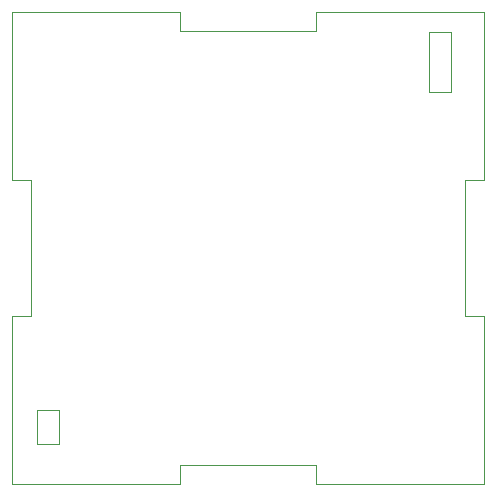
<source format=gbr>
%TF.GenerationSoftware,KiCad,Pcbnew,(5.1.10)-1*%
%TF.CreationDate,2022-01-13T15:18:29+01:00*%
%TF.ProjectId,3DESPWrover,33444553-5057-4726-9f76-65722e6b6963,rev?*%
%TF.SameCoordinates,Original*%
%TF.FileFunction,Profile,NP*%
%FSLAX46Y46*%
G04 Gerber Fmt 4.6, Leading zero omitted, Abs format (unit mm)*
G04 Created by KiCad (PCBNEW (5.1.10)-1) date 2022-01-13 15:18:29*
%MOMM*%
%LPD*%
G01*
G04 APERTURE LIST*
%TA.AperFunction,Profile*%
%ADD10C,0.020000*%
%TD*%
G04 APERTURE END LIST*
D10*
X203911200Y-86651800D02*
X203911200Y-83751800D01*
X202006200Y-86651800D02*
X203911200Y-86651800D01*
X202006200Y-83751800D02*
X202006200Y-86651800D01*
X202006200Y-83751800D02*
X203911200Y-83751800D01*
X235204000Y-51765200D02*
X235204000Y-56845200D01*
X237109000Y-56845200D02*
X235204000Y-56845200D01*
X237109000Y-51765200D02*
X237109000Y-56845200D01*
X235204000Y-51765200D02*
X237109000Y-51765200D01*
X225679000Y-88392000D02*
X225679000Y-90017000D01*
X238289714Y-75781290D02*
X238289714Y-64252715D01*
X214150426Y-90017000D02*
X214150426Y-88392000D01*
X239914714Y-90017000D02*
X239914714Y-75781280D01*
X225679000Y-90017000D02*
X239914714Y-90017000D01*
X238289714Y-64252715D02*
X239914714Y-64252715D01*
X239914714Y-50017001D02*
X225679000Y-50017001D01*
X225679000Y-50017001D02*
X225679003Y-51642001D01*
X201539715Y-64252711D02*
X201539715Y-75781286D01*
X239914714Y-64252715D02*
X239914714Y-50017001D01*
X199914715Y-75781286D02*
X199914715Y-90017000D01*
X199914715Y-90017000D02*
X214150426Y-90017000D01*
X214150426Y-88392000D02*
X225679000Y-88392000D01*
X199914715Y-64252715D02*
X201539715Y-64252711D01*
X214150429Y-51642001D02*
X214150426Y-50017001D01*
X214150426Y-50017001D02*
X199914715Y-50017001D01*
X199914715Y-50017001D02*
X199914715Y-64252715D01*
X239914714Y-75781280D02*
X238289714Y-75781290D01*
X201539715Y-75781286D02*
X199914715Y-75781286D01*
X225679003Y-51642001D02*
X214150429Y-51642001D01*
M02*

</source>
